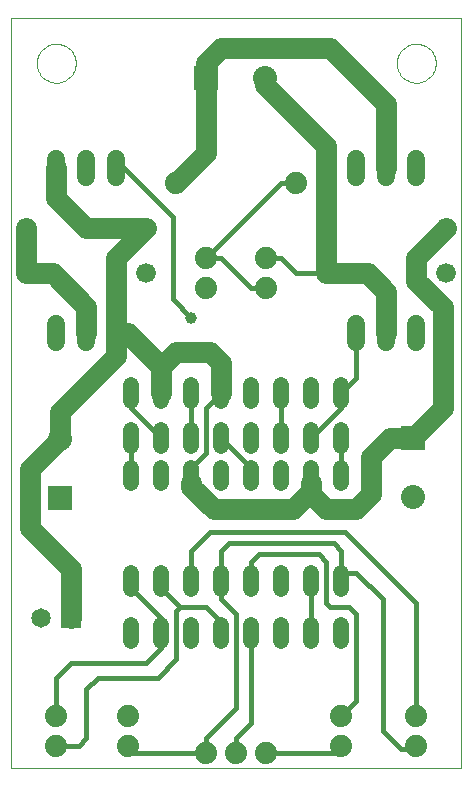
<source format=gtl>
G75*
%MOIN*%
%OFA0B0*%
%FSLAX24Y24*%
%IPPOS*%
%LPD*%
%AMOC8*
5,1,8,0,0,1.08239X$1,22.5*
%
%ADD10C,0.0000*%
%ADD11C,0.0660*%
%ADD12R,0.0800X0.0800*%
%ADD13C,0.0800*%
%ADD14C,0.0520*%
%ADD15C,0.0600*%
%ADD16C,0.0740*%
%ADD17C,0.0650*%
%ADD18R,0.0650X0.0650*%
%ADD19C,0.0160*%
%ADD20C,0.0396*%
%ADD21C,0.0700*%
D10*
X000180Y000180D02*
X000180Y025180D01*
X015180Y025180D01*
X015180Y000180D01*
X000180Y000180D01*
X001030Y023680D02*
X001032Y023730D01*
X001038Y023780D01*
X001048Y023830D01*
X001061Y023878D01*
X001078Y023926D01*
X001099Y023972D01*
X001123Y024016D01*
X001151Y024058D01*
X001182Y024098D01*
X001216Y024135D01*
X001253Y024170D01*
X001292Y024201D01*
X001333Y024230D01*
X001377Y024255D01*
X001423Y024277D01*
X001470Y024295D01*
X001518Y024309D01*
X001567Y024320D01*
X001617Y024327D01*
X001667Y024330D01*
X001718Y024329D01*
X001768Y024324D01*
X001818Y024315D01*
X001866Y024303D01*
X001914Y024286D01*
X001960Y024266D01*
X002005Y024243D01*
X002048Y024216D01*
X002088Y024186D01*
X002126Y024153D01*
X002161Y024117D01*
X002194Y024078D01*
X002223Y024037D01*
X002249Y023994D01*
X002272Y023949D01*
X002291Y023902D01*
X002306Y023854D01*
X002318Y023805D01*
X002326Y023755D01*
X002330Y023705D01*
X002330Y023655D01*
X002326Y023605D01*
X002318Y023555D01*
X002306Y023506D01*
X002291Y023458D01*
X002272Y023411D01*
X002249Y023366D01*
X002223Y023323D01*
X002194Y023282D01*
X002161Y023243D01*
X002126Y023207D01*
X002088Y023174D01*
X002048Y023144D01*
X002005Y023117D01*
X001960Y023094D01*
X001914Y023074D01*
X001866Y023057D01*
X001818Y023045D01*
X001768Y023036D01*
X001718Y023031D01*
X001667Y023030D01*
X001617Y023033D01*
X001567Y023040D01*
X001518Y023051D01*
X001470Y023065D01*
X001423Y023083D01*
X001377Y023105D01*
X001333Y023130D01*
X001292Y023159D01*
X001253Y023190D01*
X001216Y023225D01*
X001182Y023262D01*
X001151Y023302D01*
X001123Y023344D01*
X001099Y023388D01*
X001078Y023434D01*
X001061Y023482D01*
X001048Y023530D01*
X001038Y023580D01*
X001032Y023630D01*
X001030Y023680D01*
X013030Y023680D02*
X013032Y023730D01*
X013038Y023780D01*
X013048Y023830D01*
X013061Y023878D01*
X013078Y023926D01*
X013099Y023972D01*
X013123Y024016D01*
X013151Y024058D01*
X013182Y024098D01*
X013216Y024135D01*
X013253Y024170D01*
X013292Y024201D01*
X013333Y024230D01*
X013377Y024255D01*
X013423Y024277D01*
X013470Y024295D01*
X013518Y024309D01*
X013567Y024320D01*
X013617Y024327D01*
X013667Y024330D01*
X013718Y024329D01*
X013768Y024324D01*
X013818Y024315D01*
X013866Y024303D01*
X013914Y024286D01*
X013960Y024266D01*
X014005Y024243D01*
X014048Y024216D01*
X014088Y024186D01*
X014126Y024153D01*
X014161Y024117D01*
X014194Y024078D01*
X014223Y024037D01*
X014249Y023994D01*
X014272Y023949D01*
X014291Y023902D01*
X014306Y023854D01*
X014318Y023805D01*
X014326Y023755D01*
X014330Y023705D01*
X014330Y023655D01*
X014326Y023605D01*
X014318Y023555D01*
X014306Y023506D01*
X014291Y023458D01*
X014272Y023411D01*
X014249Y023366D01*
X014223Y023323D01*
X014194Y023282D01*
X014161Y023243D01*
X014126Y023207D01*
X014088Y023174D01*
X014048Y023144D01*
X014005Y023117D01*
X013960Y023094D01*
X013914Y023074D01*
X013866Y023057D01*
X013818Y023045D01*
X013768Y023036D01*
X013718Y023031D01*
X013667Y023030D01*
X013617Y023033D01*
X013567Y023040D01*
X013518Y023051D01*
X013470Y023065D01*
X013423Y023083D01*
X013377Y023105D01*
X013333Y023130D01*
X013292Y023159D01*
X013253Y023190D01*
X013216Y023225D01*
X013182Y023262D01*
X013151Y023302D01*
X013123Y023344D01*
X013099Y023388D01*
X013078Y023434D01*
X013061Y023482D01*
X013048Y023530D01*
X013038Y023580D01*
X013032Y023630D01*
X013030Y023680D01*
D11*
X014680Y018180D03*
X014680Y016680D03*
X010680Y016680D03*
X010680Y018180D03*
X004680Y018180D03*
X004680Y016680D03*
X000680Y016680D03*
X000680Y018180D03*
D12*
X001805Y009180D03*
X006680Y023180D03*
X013555Y011180D03*
D13*
X013555Y009211D03*
X008649Y023180D03*
X001805Y011149D03*
D14*
X004180Y010920D02*
X004180Y011440D01*
X004180Y012420D02*
X004180Y012940D01*
X005180Y012940D02*
X005180Y012420D01*
X005180Y011440D02*
X005180Y010920D01*
X005180Y010200D02*
X005180Y009680D01*
X004180Y009680D02*
X004180Y010200D01*
X006180Y010200D02*
X006180Y009680D01*
X006180Y010920D02*
X006180Y011440D01*
X006180Y012420D02*
X006180Y012940D01*
X007180Y012940D02*
X007180Y012420D01*
X007180Y011440D02*
X007180Y010920D01*
X007180Y010200D02*
X007180Y009680D01*
X008180Y009680D02*
X008180Y010200D01*
X008180Y010920D02*
X008180Y011440D01*
X008180Y012420D02*
X008180Y012940D01*
X009180Y012940D02*
X009180Y012420D01*
X009180Y011440D02*
X009180Y010920D01*
X009180Y010200D02*
X009180Y009680D01*
X010180Y009680D02*
X010180Y010200D01*
X010180Y010920D02*
X010180Y011440D01*
X010180Y012420D02*
X010180Y012940D01*
X011180Y012940D02*
X011180Y012420D01*
X011180Y011440D02*
X011180Y010920D01*
X011180Y010200D02*
X011180Y009680D01*
X011180Y006680D02*
X011180Y006160D01*
X011180Y004940D02*
X011180Y004420D01*
X010180Y004420D02*
X010180Y004940D01*
X010180Y006160D02*
X010180Y006680D01*
X009180Y006680D02*
X009180Y006160D01*
X009180Y004940D02*
X009180Y004420D01*
X008180Y004420D02*
X008180Y004940D01*
X008180Y006160D02*
X008180Y006680D01*
X007180Y006680D02*
X007180Y006160D01*
X007180Y004940D02*
X007180Y004420D01*
X006180Y004420D02*
X006180Y004940D01*
X006180Y006160D02*
X006180Y006680D01*
X005180Y006680D02*
X005180Y006160D01*
X005180Y004940D02*
X005180Y004420D01*
X004180Y004420D02*
X004180Y004940D01*
X004180Y006160D02*
X004180Y006680D01*
D15*
X003680Y014380D02*
X003680Y014980D01*
X002680Y014980D02*
X002680Y014380D01*
X001680Y014380D02*
X001680Y014980D01*
X001680Y019880D02*
X001680Y020480D01*
X002680Y020480D02*
X002680Y019880D01*
X003680Y019880D02*
X003680Y020480D01*
X011680Y020480D02*
X011680Y019880D01*
X012680Y019880D02*
X012680Y020480D01*
X013680Y020480D02*
X013680Y019880D01*
X013680Y014980D02*
X013680Y014380D01*
X012680Y014380D02*
X012680Y014980D01*
X011680Y014980D02*
X011680Y014380D01*
D16*
X008680Y016180D03*
X008680Y017180D03*
X009680Y019680D03*
X006680Y017180D03*
X006680Y016180D03*
X005680Y019680D03*
X004055Y001930D03*
X004055Y000930D03*
X001680Y000930D03*
X001680Y001930D03*
X006680Y000680D03*
X007680Y000680D03*
X008680Y000680D03*
X011180Y000930D03*
X011180Y001930D03*
X013680Y001930D03*
X013680Y000930D03*
D17*
X001180Y005180D03*
D18*
X002180Y005180D03*
D19*
X002180Y003680D02*
X001680Y003180D01*
X001680Y001930D01*
X001680Y000930D02*
X002430Y000930D01*
X002680Y001180D01*
X002680Y002805D01*
X003055Y003180D01*
X005055Y003180D01*
X005680Y003805D01*
X005680Y005430D01*
X005805Y005555D01*
X006680Y005555D01*
X007180Y005055D01*
X007180Y004680D01*
X007680Y005305D02*
X007180Y005805D01*
X007180Y006680D01*
X007180Y007430D01*
X007430Y007680D01*
X010930Y007680D01*
X011180Y007430D01*
X011180Y006680D01*
X011680Y006680D01*
X012555Y005805D01*
X012555Y001430D01*
X013180Y000805D01*
X013555Y000805D01*
X013680Y000930D01*
X013680Y001930D02*
X013680Y005680D01*
X011305Y008055D01*
X006805Y008055D01*
X006180Y007430D01*
X006180Y006680D01*
X005180Y006180D02*
X005805Y005555D01*
X005180Y005180D02*
X005180Y004680D01*
X005180Y004180D01*
X004680Y003680D01*
X002180Y003680D01*
X004055Y000930D02*
X004305Y000680D01*
X006680Y000680D01*
X006680Y001180D01*
X007680Y002180D01*
X007680Y005305D01*
X008180Y004680D02*
X008180Y001680D01*
X007680Y001180D01*
X007680Y000680D01*
X008680Y000680D02*
X010930Y000680D01*
X011180Y000930D01*
X011180Y001930D02*
X011680Y002430D01*
X011680Y005305D01*
X011430Y005555D01*
X010805Y005555D01*
X010680Y005680D01*
X010680Y007055D01*
X010430Y007305D01*
X008430Y007305D01*
X008180Y007055D01*
X008180Y006680D01*
X008180Y009680D02*
X008180Y010180D01*
X007180Y011180D01*
X006680Y010680D02*
X006680Y012180D01*
X007180Y012680D01*
X006180Y012680D02*
X006180Y011180D01*
X006680Y010680D02*
X006180Y010180D01*
X006180Y009680D01*
X005180Y011180D02*
X004180Y012180D01*
X004180Y012680D01*
X004180Y011180D02*
X004180Y009680D01*
X004180Y006680D02*
X004180Y006180D01*
X005180Y005180D01*
X005180Y006180D02*
X005180Y006680D01*
X009180Y011180D02*
X009180Y012680D01*
X010180Y011180D02*
X011180Y012180D01*
X011180Y012680D01*
X011680Y013180D01*
X011680Y014680D01*
X010680Y016680D02*
X009680Y016680D01*
X009180Y017180D01*
X008680Y017180D01*
X008680Y016180D02*
X008180Y016180D01*
X007180Y017180D01*
X006680Y017180D01*
X009180Y019680D01*
X009680Y019680D01*
X005555Y015805D02*
X006180Y015180D01*
X005555Y015805D02*
X005555Y018555D01*
X003930Y020180D01*
X003680Y020180D01*
X011180Y011180D02*
X011180Y009680D01*
X010180Y006680D02*
X010180Y004680D01*
D20*
X006180Y015180D03*
D21*
X005680Y014055D02*
X006805Y014055D01*
X007180Y013680D01*
X007180Y012680D01*
X005680Y014055D02*
X005180Y013555D01*
X005180Y012680D01*
X005180Y013555D02*
X004055Y014680D01*
X003680Y014680D01*
X003680Y013930D01*
X001805Y012055D01*
X001805Y011149D01*
X000805Y010149D01*
X000805Y008180D01*
X002180Y006805D01*
X002180Y005180D01*
X006180Y009555D02*
X006930Y008805D01*
X009555Y008805D01*
X010180Y009430D01*
X010180Y009680D01*
X010180Y009305D01*
X010680Y008805D01*
X011680Y008805D01*
X012180Y009305D01*
X012180Y010555D01*
X012805Y011180D01*
X013555Y011180D01*
X014555Y012180D01*
X014555Y015555D01*
X013680Y016430D01*
X013680Y017180D01*
X014680Y018180D01*
X012680Y020180D02*
X012680Y022305D01*
X010805Y024180D01*
X007180Y024180D01*
X006680Y023680D01*
X006680Y023180D01*
X006680Y020680D01*
X005680Y019680D01*
X004680Y018180D02*
X002680Y018180D01*
X001680Y019180D01*
X001680Y020180D01*
X000680Y018180D02*
X000680Y016680D01*
X001555Y016680D01*
X002680Y015555D01*
X002680Y014680D01*
X003680Y014680D02*
X003680Y017180D01*
X004680Y018180D01*
X008649Y022961D02*
X010680Y020930D01*
X010680Y018180D01*
X010680Y016680D01*
X012055Y016680D01*
X012680Y016055D01*
X012680Y014680D01*
X008649Y022961D02*
X008649Y023180D01*
X006180Y009680D02*
X006180Y009555D01*
M02*

</source>
